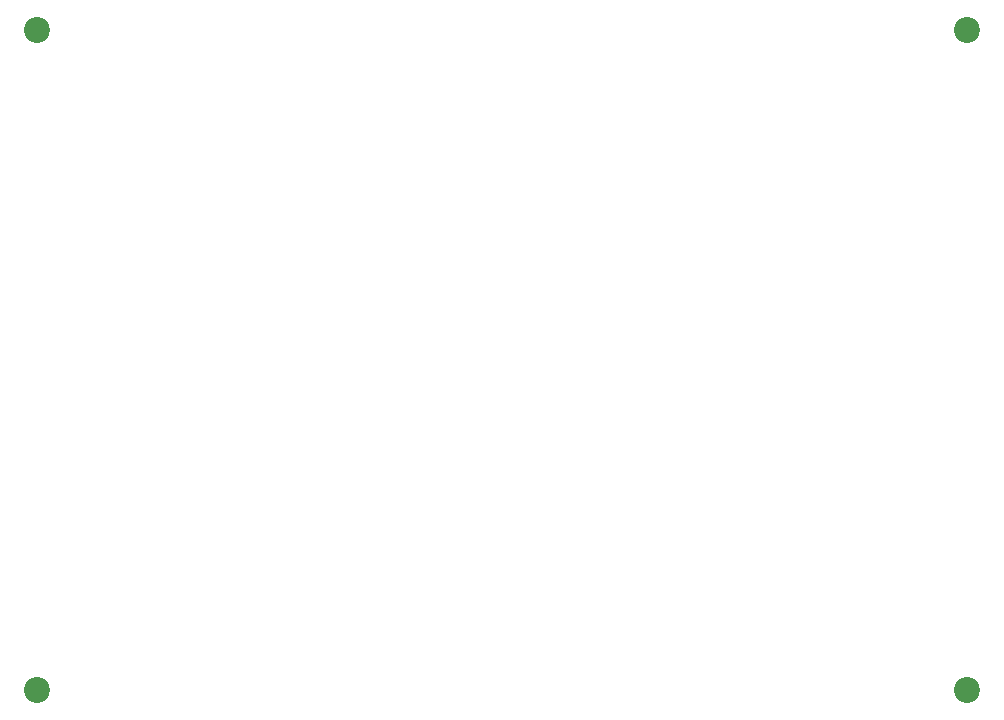
<source format=gbr>
%TF.GenerationSoftware,KiCad,Pcbnew,9.0.0*%
%TF.CreationDate,2025-03-09T03:35:15-07:00*%
%TF.ProjectId,sensor,73656e73-6f72-42e6-9b69-6361645f7063,v0.2*%
%TF.SameCoordinates,Original*%
%TF.FileFunction,NonPlated,1,2,NPTH,Drill*%
%TF.FilePolarity,Positive*%
%FSLAX46Y46*%
G04 Gerber Fmt 4.6, Leading zero omitted, Abs format (unit mm)*
G04 Created by KiCad (PCBNEW 9.0.0) date 2025-03-09 03:35:15*
%MOMM*%
%LPD*%
G01*
G04 APERTURE LIST*
%TA.AperFunction,ComponentDrill*%
%ADD10C,2.200000*%
%TD*%
G04 APERTURE END LIST*
D10*
%TO.C,REF\u002A\u002A*%
X17780000Y-17780000D03*
X17780000Y-73660000D03*
X96520000Y-17780000D03*
X96520000Y-73660000D03*
M02*

</source>
